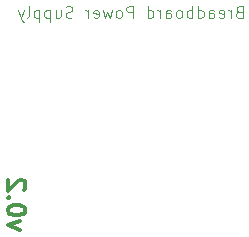
<source format=gbr>
%TF.GenerationSoftware,KiCad,Pcbnew,9.0.2*%
%TF.CreationDate,2025-06-12T21:47:04+05:30*%
%TF.ProjectId,Breadboard power supply,42726561-6462-46f6-9172-6420706f7765,rev?*%
%TF.SameCoordinates,Original*%
%TF.FileFunction,Legend,Bot*%
%TF.FilePolarity,Positive*%
%FSLAX46Y46*%
G04 Gerber Fmt 4.6, Leading zero omitted, Abs format (unit mm)*
G04 Created by KiCad (PCBNEW 9.0.2) date 2025-06-12 21:47:04*
%MOMM*%
%LPD*%
G01*
G04 APERTURE LIST*
%ADD10C,0.300000*%
%ADD11C,0.080000*%
G04 APERTURE END LIST*
D10*
X139099171Y-90488346D02*
X138099171Y-90131203D01*
X138099171Y-90131203D02*
X139099171Y-89774060D01*
X139599171Y-88916917D02*
X139599171Y-88774060D01*
X139599171Y-88774060D02*
X139527742Y-88631203D01*
X139527742Y-88631203D02*
X139456314Y-88559775D01*
X139456314Y-88559775D02*
X139313457Y-88488346D01*
X139313457Y-88488346D02*
X139027742Y-88416917D01*
X139027742Y-88416917D02*
X138670600Y-88416917D01*
X138670600Y-88416917D02*
X138384885Y-88488346D01*
X138384885Y-88488346D02*
X138242028Y-88559775D01*
X138242028Y-88559775D02*
X138170600Y-88631203D01*
X138170600Y-88631203D02*
X138099171Y-88774060D01*
X138099171Y-88774060D02*
X138099171Y-88916917D01*
X138099171Y-88916917D02*
X138170600Y-89059775D01*
X138170600Y-89059775D02*
X138242028Y-89131203D01*
X138242028Y-89131203D02*
X138384885Y-89202632D01*
X138384885Y-89202632D02*
X138670600Y-89274060D01*
X138670600Y-89274060D02*
X139027742Y-89274060D01*
X139027742Y-89274060D02*
X139313457Y-89202632D01*
X139313457Y-89202632D02*
X139456314Y-89131203D01*
X139456314Y-89131203D02*
X139527742Y-89059775D01*
X139527742Y-89059775D02*
X139599171Y-88916917D01*
X138242028Y-87774061D02*
X138170600Y-87702632D01*
X138170600Y-87702632D02*
X138099171Y-87774061D01*
X138099171Y-87774061D02*
X138170600Y-87845489D01*
X138170600Y-87845489D02*
X138242028Y-87774061D01*
X138242028Y-87774061D02*
X138099171Y-87774061D01*
X139456314Y-87131203D02*
X139527742Y-87059775D01*
X139527742Y-87059775D02*
X139599171Y-86916918D01*
X139599171Y-86916918D02*
X139599171Y-86559775D01*
X139599171Y-86559775D02*
X139527742Y-86416918D01*
X139527742Y-86416918D02*
X139456314Y-86345489D01*
X139456314Y-86345489D02*
X139313457Y-86274060D01*
X139313457Y-86274060D02*
X139170600Y-86274060D01*
X139170600Y-86274060D02*
X138956314Y-86345489D01*
X138956314Y-86345489D02*
X138099171Y-87202632D01*
X138099171Y-87202632D02*
X138099171Y-86274060D01*
D11*
X157675940Y-72049649D02*
X157533083Y-72097268D01*
X157533083Y-72097268D02*
X157485464Y-72144887D01*
X157485464Y-72144887D02*
X157437845Y-72240125D01*
X157437845Y-72240125D02*
X157437845Y-72382982D01*
X157437845Y-72382982D02*
X157485464Y-72478220D01*
X157485464Y-72478220D02*
X157533083Y-72525840D01*
X157533083Y-72525840D02*
X157628321Y-72573459D01*
X157628321Y-72573459D02*
X158009273Y-72573459D01*
X158009273Y-72573459D02*
X158009273Y-71573459D01*
X158009273Y-71573459D02*
X157675940Y-71573459D01*
X157675940Y-71573459D02*
X157580702Y-71621078D01*
X157580702Y-71621078D02*
X157533083Y-71668697D01*
X157533083Y-71668697D02*
X157485464Y-71763935D01*
X157485464Y-71763935D02*
X157485464Y-71859173D01*
X157485464Y-71859173D02*
X157533083Y-71954411D01*
X157533083Y-71954411D02*
X157580702Y-72002030D01*
X157580702Y-72002030D02*
X157675940Y-72049649D01*
X157675940Y-72049649D02*
X158009273Y-72049649D01*
X157009273Y-72573459D02*
X157009273Y-71906792D01*
X157009273Y-72097268D02*
X156961654Y-72002030D01*
X156961654Y-72002030D02*
X156914035Y-71954411D01*
X156914035Y-71954411D02*
X156818797Y-71906792D01*
X156818797Y-71906792D02*
X156723559Y-71906792D01*
X156009273Y-72525840D02*
X156104511Y-72573459D01*
X156104511Y-72573459D02*
X156294987Y-72573459D01*
X156294987Y-72573459D02*
X156390225Y-72525840D01*
X156390225Y-72525840D02*
X156437844Y-72430601D01*
X156437844Y-72430601D02*
X156437844Y-72049649D01*
X156437844Y-72049649D02*
X156390225Y-71954411D01*
X156390225Y-71954411D02*
X156294987Y-71906792D01*
X156294987Y-71906792D02*
X156104511Y-71906792D01*
X156104511Y-71906792D02*
X156009273Y-71954411D01*
X156009273Y-71954411D02*
X155961654Y-72049649D01*
X155961654Y-72049649D02*
X155961654Y-72144887D01*
X155961654Y-72144887D02*
X156437844Y-72240125D01*
X155104511Y-72573459D02*
X155104511Y-72049649D01*
X155104511Y-72049649D02*
X155152130Y-71954411D01*
X155152130Y-71954411D02*
X155247368Y-71906792D01*
X155247368Y-71906792D02*
X155437844Y-71906792D01*
X155437844Y-71906792D02*
X155533082Y-71954411D01*
X155104511Y-72525840D02*
X155199749Y-72573459D01*
X155199749Y-72573459D02*
X155437844Y-72573459D01*
X155437844Y-72573459D02*
X155533082Y-72525840D01*
X155533082Y-72525840D02*
X155580701Y-72430601D01*
X155580701Y-72430601D02*
X155580701Y-72335363D01*
X155580701Y-72335363D02*
X155533082Y-72240125D01*
X155533082Y-72240125D02*
X155437844Y-72192506D01*
X155437844Y-72192506D02*
X155199749Y-72192506D01*
X155199749Y-72192506D02*
X155104511Y-72144887D01*
X154199749Y-72573459D02*
X154199749Y-71573459D01*
X154199749Y-72525840D02*
X154294987Y-72573459D01*
X154294987Y-72573459D02*
X154485463Y-72573459D01*
X154485463Y-72573459D02*
X154580701Y-72525840D01*
X154580701Y-72525840D02*
X154628320Y-72478220D01*
X154628320Y-72478220D02*
X154675939Y-72382982D01*
X154675939Y-72382982D02*
X154675939Y-72097268D01*
X154675939Y-72097268D02*
X154628320Y-72002030D01*
X154628320Y-72002030D02*
X154580701Y-71954411D01*
X154580701Y-71954411D02*
X154485463Y-71906792D01*
X154485463Y-71906792D02*
X154294987Y-71906792D01*
X154294987Y-71906792D02*
X154199749Y-71954411D01*
X153723558Y-72573459D02*
X153723558Y-71573459D01*
X153723558Y-71954411D02*
X153628320Y-71906792D01*
X153628320Y-71906792D02*
X153437844Y-71906792D01*
X153437844Y-71906792D02*
X153342606Y-71954411D01*
X153342606Y-71954411D02*
X153294987Y-72002030D01*
X153294987Y-72002030D02*
X153247368Y-72097268D01*
X153247368Y-72097268D02*
X153247368Y-72382982D01*
X153247368Y-72382982D02*
X153294987Y-72478220D01*
X153294987Y-72478220D02*
X153342606Y-72525840D01*
X153342606Y-72525840D02*
X153437844Y-72573459D01*
X153437844Y-72573459D02*
X153628320Y-72573459D01*
X153628320Y-72573459D02*
X153723558Y-72525840D01*
X152675939Y-72573459D02*
X152771177Y-72525840D01*
X152771177Y-72525840D02*
X152818796Y-72478220D01*
X152818796Y-72478220D02*
X152866415Y-72382982D01*
X152866415Y-72382982D02*
X152866415Y-72097268D01*
X152866415Y-72097268D02*
X152818796Y-72002030D01*
X152818796Y-72002030D02*
X152771177Y-71954411D01*
X152771177Y-71954411D02*
X152675939Y-71906792D01*
X152675939Y-71906792D02*
X152533082Y-71906792D01*
X152533082Y-71906792D02*
X152437844Y-71954411D01*
X152437844Y-71954411D02*
X152390225Y-72002030D01*
X152390225Y-72002030D02*
X152342606Y-72097268D01*
X152342606Y-72097268D02*
X152342606Y-72382982D01*
X152342606Y-72382982D02*
X152390225Y-72478220D01*
X152390225Y-72478220D02*
X152437844Y-72525840D01*
X152437844Y-72525840D02*
X152533082Y-72573459D01*
X152533082Y-72573459D02*
X152675939Y-72573459D01*
X151485463Y-72573459D02*
X151485463Y-72049649D01*
X151485463Y-72049649D02*
X151533082Y-71954411D01*
X151533082Y-71954411D02*
X151628320Y-71906792D01*
X151628320Y-71906792D02*
X151818796Y-71906792D01*
X151818796Y-71906792D02*
X151914034Y-71954411D01*
X151485463Y-72525840D02*
X151580701Y-72573459D01*
X151580701Y-72573459D02*
X151818796Y-72573459D01*
X151818796Y-72573459D02*
X151914034Y-72525840D01*
X151914034Y-72525840D02*
X151961653Y-72430601D01*
X151961653Y-72430601D02*
X151961653Y-72335363D01*
X151961653Y-72335363D02*
X151914034Y-72240125D01*
X151914034Y-72240125D02*
X151818796Y-72192506D01*
X151818796Y-72192506D02*
X151580701Y-72192506D01*
X151580701Y-72192506D02*
X151485463Y-72144887D01*
X151009272Y-72573459D02*
X151009272Y-71906792D01*
X151009272Y-72097268D02*
X150961653Y-72002030D01*
X150961653Y-72002030D02*
X150914034Y-71954411D01*
X150914034Y-71954411D02*
X150818796Y-71906792D01*
X150818796Y-71906792D02*
X150723558Y-71906792D01*
X149961653Y-72573459D02*
X149961653Y-71573459D01*
X149961653Y-72525840D02*
X150056891Y-72573459D01*
X150056891Y-72573459D02*
X150247367Y-72573459D01*
X150247367Y-72573459D02*
X150342605Y-72525840D01*
X150342605Y-72525840D02*
X150390224Y-72478220D01*
X150390224Y-72478220D02*
X150437843Y-72382982D01*
X150437843Y-72382982D02*
X150437843Y-72097268D01*
X150437843Y-72097268D02*
X150390224Y-72002030D01*
X150390224Y-72002030D02*
X150342605Y-71954411D01*
X150342605Y-71954411D02*
X150247367Y-71906792D01*
X150247367Y-71906792D02*
X150056891Y-71906792D01*
X150056891Y-71906792D02*
X149961653Y-71954411D01*
X148723557Y-72573459D02*
X148723557Y-71573459D01*
X148723557Y-71573459D02*
X148342605Y-71573459D01*
X148342605Y-71573459D02*
X148247367Y-71621078D01*
X148247367Y-71621078D02*
X148199748Y-71668697D01*
X148199748Y-71668697D02*
X148152129Y-71763935D01*
X148152129Y-71763935D02*
X148152129Y-71906792D01*
X148152129Y-71906792D02*
X148199748Y-72002030D01*
X148199748Y-72002030D02*
X148247367Y-72049649D01*
X148247367Y-72049649D02*
X148342605Y-72097268D01*
X148342605Y-72097268D02*
X148723557Y-72097268D01*
X147580700Y-72573459D02*
X147675938Y-72525840D01*
X147675938Y-72525840D02*
X147723557Y-72478220D01*
X147723557Y-72478220D02*
X147771176Y-72382982D01*
X147771176Y-72382982D02*
X147771176Y-72097268D01*
X147771176Y-72097268D02*
X147723557Y-72002030D01*
X147723557Y-72002030D02*
X147675938Y-71954411D01*
X147675938Y-71954411D02*
X147580700Y-71906792D01*
X147580700Y-71906792D02*
X147437843Y-71906792D01*
X147437843Y-71906792D02*
X147342605Y-71954411D01*
X147342605Y-71954411D02*
X147294986Y-72002030D01*
X147294986Y-72002030D02*
X147247367Y-72097268D01*
X147247367Y-72097268D02*
X147247367Y-72382982D01*
X147247367Y-72382982D02*
X147294986Y-72478220D01*
X147294986Y-72478220D02*
X147342605Y-72525840D01*
X147342605Y-72525840D02*
X147437843Y-72573459D01*
X147437843Y-72573459D02*
X147580700Y-72573459D01*
X146914033Y-71906792D02*
X146723557Y-72573459D01*
X146723557Y-72573459D02*
X146533081Y-72097268D01*
X146533081Y-72097268D02*
X146342605Y-72573459D01*
X146342605Y-72573459D02*
X146152129Y-71906792D01*
X145390224Y-72525840D02*
X145485462Y-72573459D01*
X145485462Y-72573459D02*
X145675938Y-72573459D01*
X145675938Y-72573459D02*
X145771176Y-72525840D01*
X145771176Y-72525840D02*
X145818795Y-72430601D01*
X145818795Y-72430601D02*
X145818795Y-72049649D01*
X145818795Y-72049649D02*
X145771176Y-71954411D01*
X145771176Y-71954411D02*
X145675938Y-71906792D01*
X145675938Y-71906792D02*
X145485462Y-71906792D01*
X145485462Y-71906792D02*
X145390224Y-71954411D01*
X145390224Y-71954411D02*
X145342605Y-72049649D01*
X145342605Y-72049649D02*
X145342605Y-72144887D01*
X145342605Y-72144887D02*
X145818795Y-72240125D01*
X144914033Y-72573459D02*
X144914033Y-71906792D01*
X144914033Y-72097268D02*
X144866414Y-72002030D01*
X144866414Y-72002030D02*
X144818795Y-71954411D01*
X144818795Y-71954411D02*
X144723557Y-71906792D01*
X144723557Y-71906792D02*
X144628319Y-71906792D01*
X143580699Y-72525840D02*
X143437842Y-72573459D01*
X143437842Y-72573459D02*
X143199747Y-72573459D01*
X143199747Y-72573459D02*
X143104509Y-72525840D01*
X143104509Y-72525840D02*
X143056890Y-72478220D01*
X143056890Y-72478220D02*
X143009271Y-72382982D01*
X143009271Y-72382982D02*
X143009271Y-72287744D01*
X143009271Y-72287744D02*
X143056890Y-72192506D01*
X143056890Y-72192506D02*
X143104509Y-72144887D01*
X143104509Y-72144887D02*
X143199747Y-72097268D01*
X143199747Y-72097268D02*
X143390223Y-72049649D01*
X143390223Y-72049649D02*
X143485461Y-72002030D01*
X143485461Y-72002030D02*
X143533080Y-71954411D01*
X143533080Y-71954411D02*
X143580699Y-71859173D01*
X143580699Y-71859173D02*
X143580699Y-71763935D01*
X143580699Y-71763935D02*
X143533080Y-71668697D01*
X143533080Y-71668697D02*
X143485461Y-71621078D01*
X143485461Y-71621078D02*
X143390223Y-71573459D01*
X143390223Y-71573459D02*
X143152128Y-71573459D01*
X143152128Y-71573459D02*
X143009271Y-71621078D01*
X142152128Y-71906792D02*
X142152128Y-72573459D01*
X142580699Y-71906792D02*
X142580699Y-72430601D01*
X142580699Y-72430601D02*
X142533080Y-72525840D01*
X142533080Y-72525840D02*
X142437842Y-72573459D01*
X142437842Y-72573459D02*
X142294985Y-72573459D01*
X142294985Y-72573459D02*
X142199747Y-72525840D01*
X142199747Y-72525840D02*
X142152128Y-72478220D01*
X141675937Y-71906792D02*
X141675937Y-72906792D01*
X141675937Y-71954411D02*
X141580699Y-71906792D01*
X141580699Y-71906792D02*
X141390223Y-71906792D01*
X141390223Y-71906792D02*
X141294985Y-71954411D01*
X141294985Y-71954411D02*
X141247366Y-72002030D01*
X141247366Y-72002030D02*
X141199747Y-72097268D01*
X141199747Y-72097268D02*
X141199747Y-72382982D01*
X141199747Y-72382982D02*
X141247366Y-72478220D01*
X141247366Y-72478220D02*
X141294985Y-72525840D01*
X141294985Y-72525840D02*
X141390223Y-72573459D01*
X141390223Y-72573459D02*
X141580699Y-72573459D01*
X141580699Y-72573459D02*
X141675937Y-72525840D01*
X140771175Y-71906792D02*
X140771175Y-72906792D01*
X140771175Y-71954411D02*
X140675937Y-71906792D01*
X140675937Y-71906792D02*
X140485461Y-71906792D01*
X140485461Y-71906792D02*
X140390223Y-71954411D01*
X140390223Y-71954411D02*
X140342604Y-72002030D01*
X140342604Y-72002030D02*
X140294985Y-72097268D01*
X140294985Y-72097268D02*
X140294985Y-72382982D01*
X140294985Y-72382982D02*
X140342604Y-72478220D01*
X140342604Y-72478220D02*
X140390223Y-72525840D01*
X140390223Y-72525840D02*
X140485461Y-72573459D01*
X140485461Y-72573459D02*
X140675937Y-72573459D01*
X140675937Y-72573459D02*
X140771175Y-72525840D01*
X139723556Y-72573459D02*
X139818794Y-72525840D01*
X139818794Y-72525840D02*
X139866413Y-72430601D01*
X139866413Y-72430601D02*
X139866413Y-71573459D01*
X139437841Y-71906792D02*
X139199746Y-72573459D01*
X138961651Y-71906792D02*
X139199746Y-72573459D01*
X139199746Y-72573459D02*
X139294984Y-72811554D01*
X139294984Y-72811554D02*
X139342603Y-72859173D01*
X139342603Y-72859173D02*
X139437841Y-72906792D01*
M02*

</source>
